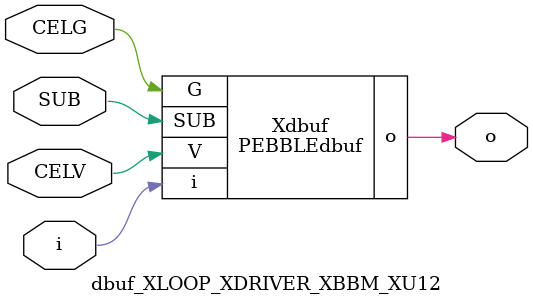
<source format=v>



module PEBBLEdbuf ( o, G, SUB, V, i );

  input V;
  input i;
  input G;
  output o;
  input SUB;
endmodule

//Celera Confidential Do Not Copy dbuf_XLOOP_XDRIVER_XBBM_XU12
//Celera Confidential Symbol Generator
//Digital Buffer
module dbuf_XLOOP_XDRIVER_XBBM_XU12 (CELV,CELG,i,o,SUB);
input CELV;
input CELG;
input i;
input SUB;
output o;

//Celera Confidential Do Not Copy dbuf
PEBBLEdbuf Xdbuf(
.V (CELV),
.i (i),
.o (o),
.SUB (SUB),
.G (CELG)
);
//,diesize,PEBBLEdbuf

//Celera Confidential Do Not Copy Module End
//Celera Schematic Generator
endmodule

</source>
